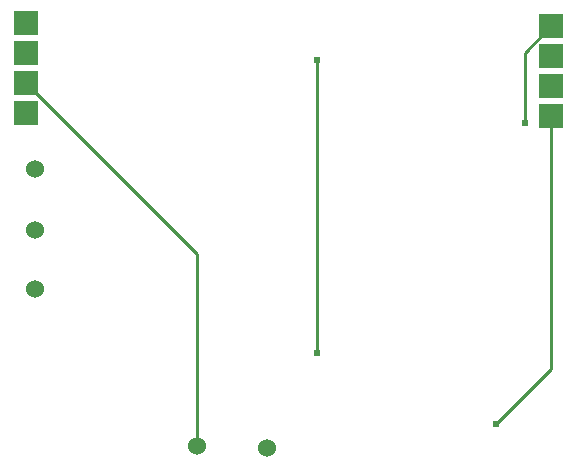
<source format=gbl>
G04 Layer: BottomLayer*
G04 EasyEDA v6.4.25, 2021-10-08T18:06:41+02:00*
G04 037b28f00f454e67816ab17afa83080b,1cac1e5aea054b3a93835a94b3064acf,10*
G04 Gerber Generator version 0.2*
G04 Scale: 100 percent, Rotated: No, Reflected: No *
G04 Dimensions in millimeters *
G04 leading zeros omitted , absolute positions ,4 integer and 5 decimal *
%FSLAX45Y45*%
%MOMM*%

%ADD10C,0.2540*%
%ADD11C,0.6100*%
%ADD21R,2.0320X2.0320*%
%ADD22C,1.5240*%

%LPD*%
D10*
X5473702Y7467594D02*
G01*
X5473702Y5331226D01*
X5009263Y4866787D01*
X5251833Y7411511D02*
G01*
X5251833Y8007725D01*
X5473702Y8229594D01*
X1028702Y7746994D02*
G01*
X2476502Y6299194D01*
X2476502Y4673594D01*
X3497328Y5466125D02*
G01*
X3497328Y7948670D01*
D21*
G01*
X1028700Y7493000D03*
G01*
X1028700Y7747000D03*
G01*
X1028700Y8001000D03*
G01*
X1028700Y8255000D03*
G01*
X5473700Y7467600D03*
G01*
X5473700Y7721600D03*
G01*
X5473700Y7975600D03*
G01*
X5473700Y8229600D03*
D22*
G01*
X3073400Y4660900D03*
G01*
X2476500Y4673600D03*
G01*
X1104900Y6007100D03*
G01*
X1104900Y6502400D03*
G01*
X1104900Y7023100D03*
D11*
G01*
X5009261Y4866792D03*
G01*
X5251831Y7411516D03*
G01*
X3497325Y7948676D03*
G01*
X3497325Y5466130D03*
M02*

</source>
